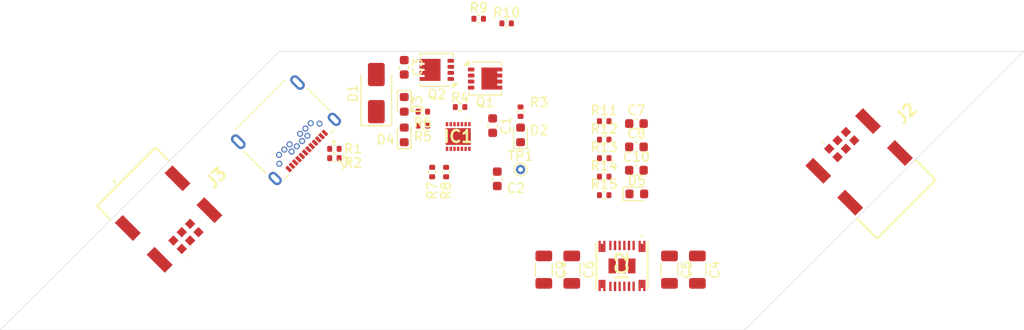
<source format=kicad_pcb>
(kicad_pcb (version 20240108) (generator "pcbnew") (generator_version "8.0")
  (layers (0 "F.Cu" signal) (31 "B.Cu" signal) (34 "B.Paste" user) (35 "F.Paste" user) (36 "B.SilkS" user "B.Silkscreen") (37 "F.SilkS" user "F.Silkscreen") (38 "B.Mask" user) (39 "F.Mask" user) (44 "Edge.Cuts" user))
  (net 0 "")
  (net 31 "GND")
  (net 32 "VBUS")
  (net 33 "Net-(IC1-V5V)")
  (net 34 "Net-(D2-A)")
  (net 35 "Net-(D3-A)")
  (net 36 "Net-(D4-A)")
  (net 37 "Net-(IC1-VSEL)")
  (net 38 "Net-(IC1-LED)")
  (net 39 "DP")
  (net 40 "Net-(IC1-VOUT)")
  (net 41 "DN")
  (net 42 "CC2")
  (net 43 "Net-(IC1-PWR_EN)")
  (net 44 "Net-(IC1-FLIP)")
  (net 45 "Net-(IC1-VCC)")
  (net 46 "Net-(IC1-ISEL)")
  (net 47 "CC1")
  (net 48 "Net-(J1-GND)")
  (net 49 "Net-(Q1-D)")
  (net 50 "Net-(Q1-G)")
  (net 55 "VIN")
  (net 56 "5V")
  (net 57 "Net-(C8-Pad2)")
  (net 58 "FB")
  (net 59 "Net-(IC2-SS)")
  (net 60 "Net-(D5-K)")
  (net 61 "Net-(IC2-PG)")
  (net 62 "Net-(IC2-MODE)")
  (footprint "Capacitor_SMD:C_1206_3216Metric" (layer "F.Cu") (at 91.5 109.5 -90)
    (property "Reference" "C9" (at 0 -1.85 -90) (layer "F.SilkS"))
    (property "Value" "10uF")
    (fp_line (start -0.711252 0.91) (end 0.711252 0.91) (stroke (width 0.12)) (layer "F.SilkS"))
    (fp_line (start -0.711252 -0.91) (end 0.711252 -0.91) (stroke (width 0.12)) (layer "F.SilkS"))
    (pad "1" smd roundrect (at -1.475 0 270) (size 1.15 1.8) (layers "F.Cu" "F.Paste" "F.Mask") (roundrect_rratio 0.217391) (net 55 "VIN"))
    (pad "2" smd roundrect (at 1.475 0 270) (size 1.15 1.8) (layers "F.Cu" "F.Paste" "F.Mask") (roundrect_rratio 0.217391) (net 31 "GND"))
  )
  (footprint "Resistor_SMD:R_0402_1005Metric" (layer "F.Cu") (at 78.5 94 180)
    (property "Reference" "R5" (at 0 -1.17 360) (layer "F.SilkS"))
    (property "Value" "1k")
    (fp_line (start -0.153641 0.38) (end 0.153641 0.38) (stroke (width 0.12)) (layer "F.SilkS"))
    (fp_line (start -0.153641 -0.38) (end 0.153641 -0.38) (stroke (width 0.12)) (layer "F.SilkS"))
    (pad "1" smd roundrect (at -0.51 0 180) (size 0.54 0.64) (layers "F.Cu" "F.Paste" "F.Mask") (net 38 "Net-(IC1-LED)"))
    (pad "2" smd roundrect (at 0.51 0 180) (size 0.54 0.64) (layers "F.Cu" "F.Paste" "F.Mask") (net 36 "Net-(D4-A)"))
  )
  (footprint "TestPoint:TestPoint_THTPad_D1.0mm_Drill0.5mm" (layer "F.Cu") (at 89 98.725)
    (property "Reference" "TP1" (at 0 -1.448 0) (layer "F.SilkS"))
    (property "Value" "5V")
    (fp_circle (center 0 0) (end 0 0.7) (stroke (width 0.12)) (fill none) (layer "F.SilkS"))
    (pad "1" thru_hole circle (at 0 0) (size 1 1) (drill 0.5) (layers "*.Cu" "*.Mask") (net 33 "Net-(IC1-V5V)"))
  )
  (footprint "Resistor_SMD:R_0402_1005Metric" (layer "F.Cu") (at 97.99 97.5)
    (property "Reference" "R13" (at 0 -1.17 0) (layer "F.SilkS"))
    (property "Value" "10k")
    (fp_line (start -0.153641 -0.38) (end 0.153641 -0.38) (stroke (width 0.12)) (layer "F.SilkS"))
    (fp_line (start -0.153641 0.38) (end 0.153641 0.38) (stroke (width 0.12)) (layer "F.SilkS"))
    (pad "1" smd roundrect (at -0.51 0) (size 0.54 0.64) (layers "F.Cu" "F.Paste" "F.Mask") (net 31 "GND"))
    (pad "2" smd roundrect (at 0.51 0) (size 0.54 0.64) (layers "F.Cu" "F.Paste" "F.Mask") (net 58 "FB"))
  )
  (footprint "Resistor_SMD:R_0402_1005Metric" (layer "F.Cu") (at 89 92.5 90)
    (property "Reference" "R3" (at 1 1.99 180) (layer "F.SilkS"))
    (property "Value" "100k")
    (fp_line (start -0.153641 -0.38) (end 0.153641 -0.38) (stroke (width 0.12)) (layer "F.SilkS"))
    (fp_line (start -0.153641 0.38) (end 0.153641 0.38) (stroke (width 0.12)) (layer "F.SilkS"))
    (pad "1" smd roundrect (at -0.51 0 90) (size 0.54 0.64) (layers "F.Cu" "F.Paste" "F.Mask") (net 34 "Net-(D2-A)"))
    (pad "2" smd roundrect (at 0.51 0 90) (size 0.54 0.64) (layers "F.Cu" "F.Paste" "F.Mask") (net 32 "VBUS"))
  )
  (footprint "Capacitor_SMD:C_0603_1608Metric" (layer "F.Cu") (at 86 94 -90)
    (property "Reference" "C1" (at 0 -1.43 90) (layer "F.SilkS"))
    (property "Value" "10uF")
    (fp_line (start -0.14058 0.51) (end 0.14058 0.51) (stroke (width 0.12)) (layer "F.SilkS"))
    (fp_line (start -0.14058 -0.51) (end 0.14058 -0.51) (stroke (width 0.12)) (layer "F.SilkS"))
    (pad "1" smd roundrect (at -0.775 0 270) (size 0.9 0.95) (layers "F.Cu" "F.Paste" "F.Mask") (net 32 "VBUS"))
    (pad "2" smd roundrect (at 0.775 0 270) (size 0.9 0.95) (layers "F.Cu" "F.Paste" "F.Mask") (net 31 "GND"))
  )
  (footprint "Resistor_SMD:R_0402_1005Metric" (layer "F.Cu") (at 82.5 92 180)
    (property "Reference" "R4" (at 0 1 360) (layer "F.SilkS"))
    (property "Value" "100k")
    (fp_line (start -0.153641 0.38) (end 0.153641 0.38) (stroke (width 0.12)) (layer "F.SilkS"))
    (fp_line (start -0.153641 -0.38) (end 0.153641 -0.38) (stroke (width 0.12)) (layer "F.SilkS"))
    (pad "1" smd roundrect (at -0.51 0 180) (size 0.54 0.64) (layers "F.Cu" "F.Paste" "F.Mask") (net 32 "VBUS"))
    (pad "2" smd roundrect (at 0.51 0 180) (size 0.54 0.64) (layers "F.Cu" "F.Paste" "F.Mask") (net 45 "Net-(IC1-VCC)"))
  )
  (footprint "Package_SON:Diodes_PowerDI3333-8" (layer "F.Cu") (at 80 88 180)
    (property "Reference" "Q2" (at 0 -2.65 360) (layer "F.SilkS"))
    (property "Value" "DMN3008SFG")
    (fp_line (start 1.77 1.77) (end 1.77 1.4) (stroke (width 0.12)) (layer "F.SilkS"))
    (fp_line (start 1.77 -1.77) (end 1.77 -1.4) (stroke (width 0.12)) (layer "F.SilkS"))
    (fp_line (start 1.77 -1.77) (end -1.44 -1.77) (stroke (width 0.12)) (layer "F.SilkS"))
    (fp_line (start -1.77 1.77) (end 1.77 1.77) (stroke (width 0.12)) (layer "F.SilkS"))
    (fp_line (start -1.77 1.77) (end -1.77 1.4) (stroke (width 0.12)) (layer "F.SilkS"))
    (fp_poly (pts (xy -1.76 -1.45) (xy -2.24 -1.45) (xy -1.76 -1.93) (xy -1.76 -1.45)) (stroke (width 0.12)) (fill solid) (layer "F.SilkS"))
    (pad "1" smd roundrect (at -1.5 -0.975 180) (size 0.7 0.42) (layers "F.Cu" "F.Paste" "F.Mask") (net 55 "VIN"))
    (pad "2" smd roundrect (at -1.5 -0.325 180) (size 0.7 0.42) (layers "F.Cu" "F.Paste" "F.Mask") (net 55 "VIN"))
    (pad "3" smd roundrect (at -1.5 0.325 180) (size 0.7 0.42) (layers "F.Cu" "F.Paste" "F.Mask") (net 55 "VIN"))
    (pad "4" smd roundrect (at -1.5 0.975 180) (size 0.7 0.42) (layers "F.Cu" "F.Paste" "F.Mask") (net 50 "Net-(Q1-G)"))
    (pad "5" smd custom (at 0.455 0 180) (size 1.71 2.37) (layers "F.Cu" "F.Mask") (net 49 "Net-(Q1-D)") (options (clearance outline) (anchor rect)) (primitives (gr_poly (pts (xy 1.395 1.185) (xy 0.855 1.185) (xy 0.855 0.765) (xy 1.395 0.765)) (width 0) (fill yes)) (gr_poly (pts (xy 1.395 0.535) (xy 0.855 0.535) (xy 0.855 0.115) (xy 1.395 0.115)) (width 0) (fill yes)) (gr_poly (pts (xy 1.395 -0.115) (xy 0.855 -0.115) (xy 0.855 -0.535) (xy 1.395 -0.535)) (width 0) (fill yes)) (gr_poly (pts (xy 1.395 -0.765) (xy 0.855 -0.765) (xy 0.855 -1.185) (xy 1.395 -1.185)) (width 0) (fill yes))))
  )
  (footprint "Resistor_SMD:R_0402_1005Metric" (layer "F.Cu") (at 97.99 93.52)
    (property "Reference" "R11" (at 0 -1.17 0) (layer "F.SilkS"))
    (property "Value" "73.3k")
    (fp_line (start -0.153641 -0.38) (end 0.153641 -0.38) (stroke (width 0.12)) (layer "F.SilkS"))
    (fp_line (start -0.153641 0.38) (end 0.153641 0.38) (stroke (width 0.12)) (layer "F.SilkS"))
    (pad "1" smd roundrect (at -0.51 0) (size 0.54 0.64) (layers "F.Cu" "F.Paste" "F.Mask") (net 56 "5V"))
    (pad "2" smd roundrect (at 0.51 0) (size 0.54 0.64) (layers "F.Cu" "F.Paste" "F.Mask") (net 58 "FB"))
  )
  (footprint "Capacitor_SMD:C_0603_1608Metric" (layer "F.Cu") (at 86.5 99.725 -90)
    (property "Reference" "C2" (at 1 -2 180) (layer "F.SilkS"))
    (property "Value" "10uF")
    (fp_line (start -0.14058 0.51) (end 0.14058 0.51) (stroke (width 0.12)) (layer "F.SilkS"))
    (fp_line (start -0.14058 -0.51) (end 0.14058 -0.51) (stroke (width 0.12)) (layer "F.SilkS"))
    (pad "1" smd roundrect (at -0.775 0 270) (size 0.9 0.95) (layers "F.Cu" "F.Paste" "F.Mask") (net 33 "Net-(IC1-V5V)"))
    (pad "2" smd roundrect (at 0.775 0 270) (size 0.9 0.95) (layers "F.Cu" "F.Paste" "F.Mask") (net 31 "GND"))
  )
  (footprint "Resistor_SMD:R_0402_1005Metric" (layer "F.Cu") (at 97.99 95.51)
    (property "Reference" "R12" (at 0 -1.17 0) (layer "F.SilkS"))
    (property "Value" "0")
    (fp_line (start -0.153641 -0.38) (end 0.153641 -0.38) (stroke (width 0.12)) (layer "F.SilkS"))
    (fp_line (start -0.153641 0.38) (end 0.153641 0.38) (stroke (width 0.12)) (layer "F.SilkS"))
    (pad "1" smd roundrect (at -0.51 0) (size 0.54 0.64) (layers "F.Cu" "F.Paste" "F.Mask") (net 56 "5V"))
    (pad "2" smd roundrect (at 0.51 0) (size 0.54 0.64) (layers "F.Cu" "F.Paste" "F.Mask") (net 57 "Net-(C8-Pad2)"))
  )
  (footprint "Resistor_SMD:R_0402_1005Metric" (layer "F.Cu") (at 69 96.5 180)
    (property "Reference" "R1" (at -2 0 360) (layer "F.SilkS"))
    (property "Value" "5.1k")
    (fp_line (start -0.153641 0.38) (end 0.153641 0.38) (stroke (width 0.12)) (layer "F.SilkS"))
    (fp_line (start -0.153641 -0.38) (end 0.153641 -0.38) (stroke (width 0.12)) (layer "F.SilkS"))
    (pad "1" smd roundrect (at -0.51 0 180) (size 0.54 0.64) (layers "F.Cu" "F.Paste" "F.Mask") (net 31 "GND"))
    (pad "2" smd roundrect (at 0.51 0 180) (size 0.54 0.64) (layers "F.Cu" "F.Paste" "F.Mask") (net 47 "CC1"))
  )
  (footprint "LED_SMD:LED_0603_1608Metric" (layer "F.Cu") (at 89 95 90)
    (property "Reference" "D2" (at 0.5 1.99 180) (layer "F.SilkS"))
    (property "Value" "LED_Blue")
    (fp_line (start 0.8 -0.735) (end -1.485 -0.735) (stroke (width 0.12)) (layer "F.SilkS"))
    (fp_line (start -1.485 -0.735) (end -1.485 0.735) (stroke (width 0.12)) (layer "F.SilkS"))
    (fp_line (start -1.485 0.735) (end 0.8 0.735) (stroke (width 0.12)) (layer "F.SilkS"))
    (pad "1" smd roundrect (at -0.7875 0 90) (size 0.875 0.95) (layers "F.Cu" "F.Paste" "F.Mask") (net 31 "GND"))
    (pad "2" smd roundrect (at 0.7875 0 90) (size 0.875 0.95) (layers "F.Cu" "F.Paste" "F.Mask") (net 34 "Net-(D2-A)"))
  )
  (footprint "Diode_SMD:D_SMA" (layer "F.Cu") (at 73.5 90.5 90)
    (property "Reference" "D1" (at 0 -2.5 90) (layer "F.SilkS"))
    (property "Value" "SMAJ5.0A")
    (fp_line (start -3.51 -1.65) (end 2 -1.65) (stroke (width 0.12)) (layer "F.SilkS"))
    (fp_line (start -3.51 -1.65) (end -3.51 1.65) (stroke (width 0.12)) (layer "F.SilkS"))
    (fp_line (start -3.51 1.65) (end 2 1.65) (stroke (width 0.12)) (layer "F.SilkS"))
    (pad "1" smd roundrect (at -2 0 90) (size 2.5 1.8) (layers "F.Cu" "F.Paste" "F.Mask") (roundrect_rratio 0.1388888889) (net 32 "VBUS"))
    (pad "2" smd roundrect (at 2 0 90) (size 2.5 1.8) (layers "F.Cu" "F.Paste" "F.Mask") (roundrect_rratio 0.1388888889) (net 31 "GND"))
  )
  (footprint "Resistor_SMD:R_0402_1005Metric" (layer "F.Cu") (at 97.99 101.48)
    (property "Reference" "R15" (at 0 -1.17 0) (layer "F.SilkS"))
    (property "Value" "10k")
    (fp_line (start -0.153641 -0.38) (end 0.153641 -0.38) (stroke (width 0.12)) (layer "F.SilkS"))
    (fp_line (start -0.153641 0.38) (end 0.153641 0.38) (stroke (width 0.12)) (layer "F.SilkS"))
    (pad "1" smd roundrect (at -0.51 0) (size 0.54 0.64) (layers "F.Cu" "F.Paste" "F.Mask") (net 61 "Net-(IC2-PG)"))
    (pad "2" smd roundrect (at 0.51 0) (size 0.54 0.64) (layers "F.Cu" "F.Paste" "F.Mask") (net 60 "Net-(D5-K)"))
  )
  (footprint "Capacitor_SMD:C_1206_3216Metric" (layer "F.Cu") (at 105 109.5 -90)
    (property "Reference" "C5" (at 0 -1.85 90) (layer "F.SilkS"))
    (property "Value" "22uF")
    (fp_line (start -0.711252 0.91) (end 0.711252 0.91) (stroke (width 0.12)) (layer "F.SilkS"))
    (fp_line (start -0.711252 -0.91) (end 0.711252 -0.91) (stroke (width 0.12)) (layer "F.SilkS"))
    (pad "1" smd roundrect (at -1.475 0 270) (size 1.15 1.8) (layers "F.Cu" "F.Paste" "F.Mask") (roundrect_rratio 0.217391) (net 56 "5V"))
    (pad "2" smd roundrect (at 1.475 0 270) (size 1.15 1.8) (layers "F.Cu" "F.Paste" "F.Mask") (roundrect_rratio 0.217391) (net 31 "GND"))
  )
  (footprint "Resistor_SMD:R_0402_1005Metric" (layer "F.Cu") (at 84.5 82.5)
    (property "Reference" "R9" (at 0 -1.17 0) (layer "F.SilkS"))
    (property "Value" "10")
    (fp_line (start -0.153641 -0.38) (end 0.153641 -0.38) (stroke (width 0.12)) (layer "F.SilkS"))
    (fp_line (start -0.153641 0.38) (end 0.153641 0.38) (stroke (width 0.12)) (layer "F.SilkS"))
    (pad "1" smd roundrect (at -0.51 0) (size 0.54 0.64) (layers "F.Cu" "F.Paste" "F.Mask") (net 50 "Net-(Q1-G)"))
    (pad "2" smd roundrect (at 0.51 0) (size 0.54 0.64) (layers "F.Cu" "F.Paste" "F.Mask") (net 43 "Net-(IC1-PWR_EN)"))
  )
  (footprint "LED_SMD:LED_0603_1608Metric" (layer "F.Cu") (at 101.49 101.35)
    (property "Reference" "D5" (at 0 -1.43 0) (layer "F.SilkS"))
    (property "Value" "LED_Blue")
    (fp_line (start -1.485 -0.735) (end -1.485 0.735) (stroke (width 0.12)) (layer "F.SilkS"))
    (fp_line (start -1.485 0.735) (end 0.8 0.735) (stroke (width 0.12)) (layer "F.SilkS"))
    (fp_line (start 0.8 -0.735) (end -1.485 -0.735) (stroke (width 0.12)) (layer "F.SilkS"))
    (pad "1" smd roundrect (at -0.7875 0) (size 0.875 0.95) (layers "F.Cu" "F.Paste" "F.Mask") (net 60 "Net-(D5-K)"))
    (pad "2" smd roundrect (at 0.7875 0) (size 0.875 0.95) (layers "F.Cu" "F.Paste" "F.Mask") (net 55 "VIN"))
  )
  (footprint "Capacitor_SMD:C_0603_1608Metric" (layer "F.Cu") (at 101.45 93.78)
    (property "Reference" "C7" (at 0 -1.43 0) (layer "F.SilkS"))
    (property "Value" "0.1uF")
    (fp_line (start -0.14058 -0.51) (end 0.14058 -0.51) (stroke (width 0.12)) (layer "F.SilkS"))
    (fp_line (start -0.14058 0.51) (end 0.14058 0.51) (stroke (width 0.12)) (layer "F.SilkS"))
    (pad "1" smd roundrect (at -0.775 0) (size 0.9 0.95) (layers "F.Cu" "F.Paste" "F.Mask") (net 56 "5V"))
    (pad "2" smd roundrect (at 0.775 0) (size 0.9 0.95) (layers "F.Cu" "F.Paste" "F.Mask") (net 31 "GND"))
  )
  (footprint "Capacitor_SMD:C_0603_1608Metric" (layer "F.Cu") (at 101.45 96.29)
    (property "Reference" "C8" (at 0 -1.43 0) (layer "F.SilkS"))
    (property "Value" "47pF")
    (fp_line (start -0.14058 -0.51) (end 0.14058 -0.51) (stroke (width 0.12)) (layer "F.SilkS"))
    (fp_line (start -0.14058 0.51) (end 0.14058 0.51) (stroke (width 0.12)) (layer "F.SilkS"))
    (pad "1" smd roundrect (at -0.775 0) (size 0.9 0.95) (layers "F.Cu" "F.Paste" "F.Mask") (net 58 "FB"))
    (pad "2" smd roundrect (at 0.775 0) (size 0.9 0.95) (layers "F.Cu" "F.Paste" "F.Mask") (net 57 "Net-(C8-Pad2)"))
  )
  (footprint "Resistor_SMD:R_0402_1005Metric" (layer "F.Cu") (at 79.5 99 -90)
    (property "Reference" "R7" (at 2 0 90) (layer "F.SilkS"))
    (property "Value" "TBD")
    (fp_line (start -0.153641 0.38) (end 0.153641 0.38) (stroke (width 0.12)) (layer "F.SilkS"))
    (fp_line (start -0.153641 -0.38) (end 0.153641 -0.38) (stroke (width 0.12)) (layer "F.SilkS"))
    (pad "1" smd roundrect (at -0.51 0 270) (size 0.54 0.64) (layers "F.Cu" "F.Paste" "F.Mask") (net 37 "Net-(IC1-VSEL)"))
    (pad "2" smd roundrect (at 0.51 0 270) (size 0.54 0.64) (layers "F.Cu" "F.Paste" "F.Mask") (net 31 "GND"))
  )
  (footprint "Footprints:AP33771CFBZ13FA01" (layer "F.Cu") (at 82.3 95.175 180)
    (property "Reference" "IC1" (at 0 0 360) (layer "F.SilkS") (effects (font (size 1.27 1.27) (thickness 0.254))))
    (property "Value" "AP33771CFBZ-13-FA01" (hide yes))
    (fp_line (start -1.15 2.05) (end -1.15 2.05) (stroke (width 0.1)) (layer "F.SilkS"))
    (fp_line (start -1.25 2.05) (end -1.25 2.05) (stroke (width 0.1)) (layer "F.SilkS"))
    (fp_arc (start -1.15 2.05) (mid -1.2 2.1) (end -1.25 2.05) (stroke (width 0.1)) (layer "F.SilkS"))
    (fp_arc (start -1.25 2.05) (mid -1.2 2) (end -1.15 2.05) (stroke (width 0.1)) (layer "F.SilkS"))
    (pad "1" smd rect (at -1.2 1.325 180) (size 0.27 0.45) (layers "F.Cu" "F.Paste" "F.Mask") (net 40 "Net-(IC1-VOUT)"))
    (pad "2" smd rect (at -0.8 1.325 180) (size 0.27 0.45) (layers "F.Cu" "F.Paste" "F.Mask") (net 43 "Net-(IC1-PWR_EN)"))
    (pad "3" smd rect (at -0.4 1.325 180) (size 0.27 0.45) (layers "F.Cu" "F.Paste" "F.Mask") (net 45 "Net-(IC1-VCC)"))
    (pad "4" smd rect (at 0 1.325 180) (size 0.27 0.45) (layers "F.Cu" "F.Paste" "F.Mask") (net 32 "VBUS"))
    (pad "5" smd rect (at 0.4 1.325 180) (size 0.27 0.45) (layers "F.Cu" "F.Paste" "F.Mask") (net 31 "GND"))
    (pad "6" smd rect (at 0.8 1.325 180) (size 0.27 0.45) (layers "F.Cu" "F.Paste" "F.Mask") (net 44 "Net-(IC1-FLIP)"))
    (pad "7" smd rect (at 1.2 1.325 180) (size 0.27 0.45) (layers "F.Cu" "F.Paste" "F.Mask") (net 38 "Net-(IC1-LED)"))
    (pad "8" smd rect (at 1.2 -1.325 180) (size 0.27 0.45) (layers "F.Cu" "F.Paste" "F.Mask") (net 37 "Net-(IC1-VSEL)"))
    (pad "9" smd rect (at 0.8 -1.325 180) (size 0.27 0.45) (layers "F.Cu" "F.Paste" "F.Mask") (net 46 "Net-(IC1-ISEL)"))
    (pad "10" smd rect (at 0.4 -1.325 180) (size 0.27 0.45) (layers "F.Cu" "F.Paste" "F.Mask") (net 42 "CC2"))
    (pad "11" smd rect (at 0 -1.325 180) (size 0.27 0.45) (layers "F.Cu" "F.Paste" "F.Mask") (net 47 "CC1"))
    (pad "12" smd rect (at -0.4 -1.325 180) (size 0.27 0.45) (layers "F.Cu" "F.Paste" "F.Mask") (net 41 "DN"))
    (pad "13" smd rect (at -0.8 -1.325 180) (size 0.27 0.45) (layers "F.Cu" "F.Paste" "F.Mask") (net 39 "DP"))
    (pad "14" smd rect (at -1.2 -1.325 180) (size 0.27 0.45) (layers "F.Cu" "F.Paste" "F.Mask") (net 33 "Net-(IC1-V5V)"))
    (pad "15" smd rect (at 0 0 270) (size 1.8 2.7) (layers "F.Cu" "F.Paste" "F.Mask") (net 31 "GND"))
  )
  (footprint "Footprints:1377295" (layer "F.Cu") (at 50.18636 103.06136 -135)
    (property "Reference" "J3" (at -6.785433 -1.88472 45) (layer "F.SilkS") (effects (font (size 1.27 1.27) (thickness 0.254))))
    (property "Value" "1377295" (hide yes))
    (fp_line (start 4.45 5.025) (end 4.45 3) (stroke (width 0.2)) (layer "F.SilkS"))
    (fp_line (start 1.270001 5.6) (end 1.270001 5.6) (stroke (width 0.2)) (layer "F.SilkS"))
    (fp_line (start 1.270001 5.6) (end 1.270001 5.6) (stroke (width 0.2)) (layer "F.SilkS"))
    (fp_line (start 1.27 5.5) (end 1.27 5.5) (stroke (width 0.2)) (layer "F.SilkS"))
    (fp_line (start -4.45 5.025) (end 4.45 5.025) (stroke (width 0.2)) (layer "F.SilkS"))
    (fp_line (start -4.45 3) (end -4.45 5.025) (stroke (width 0.2)) (layer "F.SilkS"))
    (fp_line (start 1.27 -5.7) (end 1.27 -5.7) (stroke (width 0.1)) (layer "F.SilkS"))
    (fp_line (start 1.27 -5.8) (end 1.27 -5.8) (stroke (width 0.1)) (layer "F.SilkS"))
    (fp_arc (start 1.270001 5.6) (mid 1.22 5.550001) (end 1.27 5.5) (stroke (width 0.2)) (layer "F.SilkS"))
    (fp_arc (start 1.27 5.5) (mid 1.319999 5.55) (end 1.270001 5.6) (stroke (width 0.2)) (layer "F.SilkS"))
    (fp_arc (start 1.27 5.5) (mid 1.319999 5.55) (end 1.270001 5.6) (stroke (width 0.2)) (layer "F.SilkS"))
    (fp_arc (start 1.27 -5.7) (mid 1.22 -5.75) (end 1.27 -5.8) (stroke (width 0.1)) (layer "F.SilkS"))
    (fp_arc (start 1.27 -5.8) (mid 1.320001 -5.75) (end 1.27 -5.7) (stroke (width 0.1)) (layer "F.SilkS"))
    (pad "" np_thru_hole circle (at -3.480001 -1.405 225) (size 1.6 1.6) (drill 1.6) (layers "*.Cu" "*.Mask"))
    (pad "" np_thru_hole circle (at 3.480001 -1.405 225) (size 1.6 1.6) (drill 1.6) (layers "*.Cu" "*.Mask"))
    (pad "A1" smd rect (at 1.27 -3.405 315) (size 0.8 0.8) (layers "F.Cu" "F.Paste" "F.Mask"))
    (pad "A2" smd rect (at 0 -3.405001 315) (size 0.8 0.8) (layers "F.Cu" "F.Paste" "F.Mask"))
    (pad "A3" smd rect (at -1.27 -3.405 315) (size 0.8 0.8) (layers "F.Cu" "F.Paste" "F.Mask"))
    (pad "B1" smd rect (at 1.27 -4.675 315) (size 0.8 0.8) (layers "F.Cu" "F.Paste" "F.Mask"))
    (pad "B2" smd rect (at 0 -4.675 315) (size 0.8 0.8) (layers "F.Cu" "F.Paste" "F.Mask"))
    (pad "B3" smd rect (at -1.27 -4.675 315) (size 0.8 0.8) (layers "F.Cu" "F.Paste" "F.Mask"))
    (pad "MP1" smd rect (at 3.780001 1.02 225) (size 1.2 2.75) (layers "F.Cu" "F.Paste" "F.Mask"))
    (pad "MP2" smd rect (at -3.780001 1.02 225) (size 1.2 2.75) (layers "F.Cu" "F.Paste" "F.Mask"))
    (pad "MP3" smd rect (at 3.780001 -3.83 225) (size 1.2 2.75) (layers "F.Cu" "F.Paste" "F.Mask"))
    (pad "MP4" smd rect (at -3.780001 -3.83 225) (size 1.2 2.75) (layers "F.Cu" "F.Paste" "F.Mask"))
  )
  (footprint "Resistor_SMD:R_0402_1005Metric" (layer "F.Cu") (at 78.5 92.5 180)
    (property "Reference" "R6" (at 0 -1.17 360) (layer "F.SilkS"))
    (property "Value" "1k")
    (fp_line (start -0.153641 0.38) (end 0.153641 0.38) (stroke (width 0.12)) (layer "F.SilkS"))
    (fp_line (start -0.153641 -0.38) (end 0.153641 -0.38) (stroke (width 0.12)) (layer "F.SilkS"))
    (pad "1" smd roundrect (at -0.51 0 180) (size 0.54 0.64) (layers "F.Cu" "F.Paste" "F.Mask") (net 44 "Net-(IC1-FLIP)"))
    (pad "2" smd roundrect (at 0.51 0 180) (size 0.54 0.64) (layers "F.Cu" "F.Paste" "F.Mask") (net 35 "Net-(D3-A)"))
  )
  (footprint "Capacitor_SMD:C_1206_3216Metric" (layer "F.Cu") (at 108 109.5 -90)
    (property "Reference" "C4" (at 0 -1.85 90) (layer "F.SilkS"))
    (property "Value" "22uF")
    (fp_line (start -0.711252 0.91) (end 0.711252 0.91) (stroke (width 0.12)) (layer "F.SilkS"))
    (fp_line (start -0.711252 -0.91) (end 0.711252 -0.91) (stroke (width 0.12)) (layer "F.SilkS"))
    (pad "1" smd roundrect (at -1.475 0 270) (size 1.15 1.8) (layers "F.Cu" "F.Paste" "F.Mask") (roundrect_rratio 0.217391) (net 56 "5V"))
    (pad "2" smd roundrect (at 1.475 0 270) (size 1.15 1.8) (layers "F.Cu" "F.Paste" "F.Mask") (roundrect_rratio 0.217391) (net 31 "GND"))
  )
  (footprint "Resistor_SMD:R_0402_1005Metric" (layer "F.Cu") (at 69 97.5 180)
    (property "Reference" "R2" (at -2 -0.5 360) (layer "F.SilkS"))
    (property "Value" "5.1k")
    (fp_line (start -0.153641 0.38) (end 0.153641 0.38) (stroke (width 0.12)) (layer "F.SilkS"))
    (fp_line (start -0.153641 -0.38) (end 0.153641 -0.38) (stroke (width 0.12)) (layer "F.SilkS"))
    (pad "1" smd roundrect (at -0.51 0 180) (size 0.54 0.64) (layers "F.Cu" "F.Paste" "F.Mask") (net 31 "GND"))
    (pad "2" smd roundrect (at 0.51 0 180) (size 0.54 0.64) (layers "F.Cu" "F.Paste" "F.Mask") (net 42 "CC2"))
  )
  (footprint "LED_SMD:LED_0603_1608Metric" (layer "F.Cu") (at 76.5 95 90)
    (property "Reference" "D4" (at -0.5 -2 180) (layer "F.SilkS"))
    (property "Value" "LED_Blue")
    (fp_line (start 0.8 -0.735) (end -1.485 -0.735) (stroke (width 0.12)) (layer "F.SilkS"))
    (fp_line (start -1.485 -0.735) (end -1.485 0.735) (stroke (width 0.12)) (layer "F.SilkS"))
    (fp_line (start -1.485 0.735) (end 0.8 0.735) (stroke (width 0.12)) (layer "F.SilkS"))
    (pad "1" smd roundrect (at -0.7875 0 90) (size 0.875 0.95) (layers "F.Cu" "F.Paste" "F.Mask") (net 31 "GND"))
    (pad "2" smd roundrect (at 0.7875 0 90) (size 0.875 0.95) (layers "F.Cu" "F.Paste" "F.Mask") (net 36 "Net-(D4-A)"))
  )
  (footprint "Resistor_SMD:R_0402_1005Metric" (layer "F.Cu") (at 81 99 90)
    (property "Reference" "R8" (at -2 0 90) (layer "F.SilkS"))
    (property "Value" "TBD")
    (fp_line (start -0.153641 -0.38) (end 0.153641 -0.38) (stroke (width 0.12)) (layer "F.SilkS"))
    (fp_line (start -0.153641 0.38) (end 0.153641 0.38) (stroke (width 0.12)) (layer "F.SilkS"))
    (pad "1" smd roundrect (at -0.51 0 90) (size 0.54 0.64) (layers "F.Cu" "F.Paste" "F.Mask") (net 31 "GND"))
    (pad "2" smd roundrect (at 0.51 0 90) (size 0.54 0.64) (layers "F.Cu" "F.Paste" "F.Mask") (net 46 "Net-(IC1-ISEL)"))
  )
  (footprint "Package_SON:Diodes_PowerDI3333-8" (layer "F.Cu") (at 85.19 88.935)
    (property "Reference" "Q1" (at 0 2.565 0) (layer "F.SilkS"))
    (property "Value" "DMN3008SFG")
    (fp_line (start -1.77 1.77) (end -1.77 1.4) (stroke (width 0.12)) (layer "F.SilkS"))
    (fp_line (start -1.77 1.77) (end 1.77 1.77) (stroke (width 0.12)) (layer "F.SilkS"))
    (fp_line (start 1.77 -1.77) (end -1.44 -1.77) (stroke (width 0.12)) (layer "F.SilkS"))
    (fp_line (start 1.77 -1.77) (end 1.77 -1.4) (stroke (width 0.12)) (layer "F.SilkS"))
    (fp_line (start 1.77 1.77) (end 1.77 1.4) (stroke (width 0.12)) (layer "F.SilkS"))
    (fp_poly (pts (xy -1.76 -1.45) (xy -2.24 -1.45) (xy -1.76 -1.93) (xy -1.76 -1.45)) (stroke (width 0.12)) (fill solid) (layer "F.SilkS"))
    (pad "1" smd roundrect (at -1.5 -0.975) (size 0.7 0.42) (layers "F.Cu" "F.Paste" "F.Mask") (net 45 "Net-(IC1-VCC)"))
    (pad "2" smd roundrect (at -1.5 -0.325) (size 0.7 0.42) (layers "F.Cu" "F.Paste" "F.Mask") (net 45 "Net-(IC1-VCC)"))
    (pad "3" smd roundrect (at -1.5 0.325) (size 0.7 0.42) (layers "F.Cu" "F.Paste" "F.Mask") (net 45 "Net-(IC1-VCC)"))
    (pad "4" smd roundrect (at -1.5 0.975) (size 0.7 0.42) (layers "F.Cu" "F.Paste" "F.Mask") (net 50 "Net-(Q1-G)"))
    (pad "5" smd custom (at 0.455 0) (size 1.71 2.37) (layers "F.Cu" "F.Mask") (net 49 "Net-(Q1-D)") (options (clearance outline) (anchor rect)) (primitives (gr_poly (pts (xy 1.395 1.185) (xy 0.855 1.185) (xy 0.855 0.765) (xy 1.395 0.765)) (width 0) (fill yes)) (gr_poly (pts (xy 1.395 0.535) (xy 0.855 0.535) (xy 0.855 0.115) (xy 1.395 0.115)) (width 0) (fill yes)) (gr_poly (pts (xy 1.395 -0.115) (xy 0.855 -0.115) (xy 0.855 -0.535) (xy 1.395 -0.535)) (width 0) (fill yes)) (gr_poly (pts (xy 1.395 -0.765) (xy 0.855 -0.765) (xy 0.855 -1.185) (xy 1.395 -1.185)) (width 0) (fill yes))))
  )
  (footprint "Capacitor_SMD:C_0603_1608Metric" (layer "F.Cu") (at 76.5 87.725 -90)
    (property "Reference" "C3" (at 0 -1.43 90) (layer "F.SilkS"))
    (property "Value" "10uF")
    (fp_line (start -0.14058 0.51) (end 0.14058 0.51) (stroke (width 0.12)) (layer "F.SilkS"))
    (fp_line (start -0.14058 -0.51) (end 0.14058 -0.51) (stroke (width 0.12)) (layer "F.SilkS"))
    (pad "1" smd roundrect (at -0.775 0 270) (size 0.9 0.95) (layers "F.Cu" "F.Paste" "F.Mask") (net 55 "VIN"))
    (pad "2" smd roundrect (at 0.775 0 270) (size 0.9 0.95) (layers "F.Cu" "F.Paste" "F.Mask") (net 31 "GND"))
  )
  (footprint "Capacitor_SMD:C_0603_1608Metric" (layer "F.Cu") (at 101.45 98.8)
    (property "Reference" "C10" (at 0 -1.43 0) (layer "F.SilkS"))
    (property "Value" "22nF")
    (fp_line (start -0.14058 -0.51) (end 0.14058 -0.51) (stroke (width 0.12)) (layer "F.SilkS"))
    (fp_line (start -0.14058 0.51) (end 0.14058 0.51) (stroke (width 0.12)) (layer "F.SilkS"))
    (pad "1" smd roundrect (at -0.775 0) (size 0.9 0.95) (layers "F.Cu" "F.Paste" "F.Mask") (net 31 "GND"))
    (pad "2" smd roundrect (at 0.775 0) (size 0.9 0.95) (layers "F.Cu" "F.Paste" "F.Mask") (net 59 "Net-(IC2-SS)"))
  )
  (footprint "Footprints:TPSM86638RCGR" (layer "F.Cu") (at 99.9 109.1 -90)
    (property "Reference" "IC2" (at 0 0 90) (layer "F.SilkS") (effects (font (size 1.27 1.27) (thickness 0.254))))
    (property "Value" "TPSM86638RCGR" (hide yes))
    (fp_line (start -2.5 2.75) (end 2.5 2.75) (stroke (width 0.2)) (layer "F.SilkS"))
    (fp_line (start -3.2 -2.15) (end -3.2 -2.15) (stroke (width 0.1)) (layer "F.SilkS"))
    (fp_line (start -3.1 -2.15) (end -3.1 -2.15) (stroke (width 0.1)) (layer "F.SilkS"))
    (fp_line (start -2.5 -2.75) (end 2.5 -2.75) (stroke (width 0.2)) (layer "F.SilkS"))
    (fp_arc (start -3.2 -2.15) (mid -3.15 -2.2) (end -3.1 -2.15) (stroke (width 0.1)) (layer "F.SilkS"))
    (fp_arc (start -3.1 -2.15) (mid -3.15 -2.1) (end -3.2 -2.15) (stroke (width 0.1)) (layer "F.SilkS"))
    (pad "1" smd rect (at -1.938 -2.15) (size 0.25 0.875) (layers "F.Cu" "F.Paste" "F.Mask") (net 56 "5V"))
    (pad "2" smd rect (at -2.2 -1.25) (size 0.25 1) (layers "F.Cu" "F.Paste" "F.Mask") (net 62 "Net-(IC2-MODE)"))
    (pad "3" smd rect (at -2.2 -0.75) (size 0.25 1) (layers "F.Cu" "F.Paste" "F.Mask"))
    (pad "4" smd rect (at -2.2 -0.25) (size 0.25 1) (layers "F.Cu" "F.Paste" "F.Mask") (net 58 "FB"))
    (pad "5" smd rect (at -2.2 0.25) (size 0.25 1) (layers "F.Cu" "F.Paste" "F.Mask") (net 31 "GND"))
    (pad "6" smd rect (at -2.2 0.75) (size 0.25 1) (layers "F.Cu" "F.Paste" "F.Mask") (net 61 "Net-(IC2-PG)"))
    (pad "7" smd rect (at -2.2 1.25) (size 0.25 1) (layers "F.Cu" "F.Paste" "F.Mask") (net 59 "Net-(IC2-SS)"))
    (pad "8" smd rect (at -1.938 2.15) (size 0.25 0.875) (layers "F.Cu" "F.Paste" "F.Mask") (net 55 "VIN"))
    (pad "9" smd rect (at 1.938 2.15) (size 0.25 0.875) (layers "F.Cu" "F.Paste" "F.Mask") (net 55 "VIN"))
    (pad "10" smd rect (at 2.2 1.25) (size 0.25 1) (layers "F.Cu" "F.Paste" "F.Mask"))
    (pad "11" smd rect (at 2.2 0.75) (size 0.25 1) (layers "F.Cu" "F.Paste" "F.Mask"))
    (pad "12" smd rect (at 2.2 0.25) (size 0.25 1) (layers "F.Cu" "F.Paste" "F.Mask"))
    (pad "13" smd rect (at 2.2 -0.25) (size 0.25 1) (layers "F.Cu" "F.Paste" "F.Mask") (net 31 "GND"))
    (pad "14" smd rect (at 2.2 -0.75) (size 0.25 1) (layers "F.Cu" "F.Paste" "F.Mask") (net 31 "GND"))
    (pad "15" smd rect (at 2.2 -1.25) (size 0.25 1) (layers "F.Cu" "F.Paste" "F.Mask") (net 31 "GND"))
    (pad "16" smd rect (at 1.938 -2.15) (size 0.25 0.875) (layers "F.Cu" "F.Paste" "F.Mask") (net 56 "5V"))
    (pad "17" smd rect (at 0 -1.05) (size 0.8 1.6) (layers "F.Cu" "F.Paste" "F.Mask") (net 31 "GND"))
    (pad "18" smd rect (at 0 0) (size 0.8 1.6) (layers "F.Cu" "F.Paste" "F.Mask") (net 31 "GND"))
    (pad "19" smd rect (at 0 1.05) (size 0.8 1.6) (layers "F.Cu" "F.Paste" "F.Mask") (net 31 "GND"))
    (pad "20" smd rect (at -2.1 -2.4) (size 0.25 1.2) (layers "F.Cu" "F.Paste" "F.Mask") (net 56 "5V"))
    (pad "21" smd rect (at -2.1 -1.9) (size 0.25 1.2) (layers "F.Cu" "F.Paste" "F.Mask") (net 56 "5V"))
    (pad "22" smd rect (at -2.1 1.9) (size 0.25 1.2) (layers "F.Cu" "F.Paste" "F.Mask") (net 55 "VIN"))
    (pad "23" smd rect (at -2.1 2.4) (size 0.25 1.2) (layers "F.Cu" "F.Paste" "F.Mask") (net 55 "VIN"))
    (pad "24" smd rect (at 2.1 2.4) (size 0.25 1.2) (layers "F.Cu" "F.Paste" "F.Mask") (net 55 "VIN"))
    (pad "25" smd rect (at 2.1 1.9) (size 0.25 1.2) (layers "F.Cu" "F.Paste" "F.Mask") (net 55 "VIN"))
    (pad "26" smd rect (at 2.1 -1.9) (size 0.25 1.2) (layers "F.Cu" "F.Paste" "F.Mask") (net 56 "5V"))
    (pad "27" smd rect (at 2.1 -2.4) (size 0.25 1.2) (layers "F.Cu" "F.Paste" "F.Mask") (net 56 "5V"))
  )
  (footprint "Footprints:1337009" (layer "F.Cu") (at 126.65 99.175 45)
    (property "Reference" "J2" (at 7.265522 -1.926866 45) (layer "F.SilkS") (effects (font (size 1.27 1.27) (thickness 0.254))))
    (property "Value" "1337009" (hide yes))
    (fp_line (start -1.27 -6) (end -1.27 -6) (stroke (width 0.1)) (layer "F.SilkS"))
    (fp_line (start -1.270001 -5.9) (end -1.270001 -5.9) (stroke (width 0.1)) (layer "F.SilkS"))
    (fp_line (start -4.45 2.4) (end -4.45 5.4) (stroke (width 0.2)) (layer "F.SilkS"))
    (fp_line (start -4.45 5.4) (end 4.45 5.4) (stroke (width 0.2)) (layer "F.SilkS"))
    (fp_line (start 4.45 5.4) (end 4.45 2.4) (stroke (width 0.2)) (layer "F.SilkS"))
    (fp_arc (start -1.27 -6) (mid -1.22 -5.95) (end -1.270001 -5.9) (stroke (width 0.1)) (layer "F.SilkS"))
    (fp_arc (start -1.270001 -5.9) (mid -1.32 -5.950001) (end -1.27 -6) (stroke (width 0.1)) (layer "F.SilkS"))
    (pad "" np_thru_hole circle (at -3.48 -1.8 45) (size 1.6 1.6) (drill 1.6) (layers "*.Cu" "*.Mask"))
    (pad "" np_thru_hole circle (at 3.48 -1.8 45) (size 1.6 1.6) (drill 1.6) (layers "*.Cu" "*.Mask"))
    (pad "A1" smd rect (at -1.27 -3.8 135) (size 0.8 0.8) (layers "F.Cu" "F.Paste" "F.Mask"))
    (pad "A2" smd rect (at 0 -3.8 135) (size 0.8 0.8) (layers "F.Cu" "F.Paste" "F.Mask"))
    (pad "A3" smd rect (at 1.27 -3.8 135) (size 0.8 0.8) (layers "F.Cu" "F.Paste" "F.Mask"))
    (pad "B1" smd rect (at -1.27 -5.07 135) (size 0.8 0.8) (layers "F.Cu" "F.Paste" "F.Mask"))
    (pad "B2" smd rect (at 0 -5.069999 135) (size 0.8 0.8) (layers "F.Cu" "F.Paste" "F.Mask"))
    (pad "B3" smd rect (at 1.27 -5.07 135) (size 0.8 0.8) (layers "F.Cu" "F.Paste" "F.Mask"))
    (pad "MP1" smd rect (at -3.78 0.625 45) (size 1.2 2.75) (layers "F.Cu" "F.Paste" "F.Mask"))
    (pad "MP2" smd rect (at 3.78 0.625 45) (size 1.2 2.75) (layers "F.Cu" "F.Paste" "F.Mask"))
    (pad "MP3" smd rect (at -3.78 -4.225 45) (size 1.2 2.75) (layers "F.Cu" "F.Paste" "F.Mask"))
    (pad "MP4" smd rect (at 3.78 -4.225 45) (size 1.2 2.75) (layers "F.Cu" "F.Paste" "F.Mask"))
  )
  (footprint "Capacitor_SMD:C_1206_3216Metric" (layer "F.Cu") (at 94.5 109.5 -90)
    (property "Reference" "C6" (at 0 -1.85 90) (layer "F.SilkS"))
    (property "Value" "10uF")
    (fp_line (start -0.711252 0.91) (end 0.711252 0.91) (stroke (width 0.12)) (layer "F.SilkS"))
    (fp_line (start -0.711252 -0.91) (end 0.711252 -0.91) (stroke (width 0.12)) (layer "F.SilkS"))
    (pad "1" smd roundrect (at -1.475 0 270) (size 1.15 1.8) (layers "F.Cu" "F.Paste" "F.Mask") (roundrect_rratio 0.217391) (net 55 "VIN"))
    (pad "2" smd roundrect (at 1.475 0 270) (size 1.15 1.8) (layers "F.Cu" "F.Paste" "F.Mask") (roundrect_rratio 0.217391) (net 31 "GND"))
  )
  (footprint "LED_SMD:LED_0603_1608Metric" (layer "F.Cu") (at 76.5 91.7125 -90)
    (property "Reference" "D3" (at 0 -1.43 90) (layer "F.SilkS"))
    (property "Value" "LED_Blue")
    (fp_line (start -1.485 0.735) (end 0.8 0.735) (stroke (width 0.12)) (layer "F.SilkS"))
    (fp_line (start -1.485 -0.735) (end -1.485 0.735) (stroke (width 0.12)) (layer "F.SilkS"))
    (fp_line (start 0.8 -0.735) (end -1.485 -0.735) (stroke (width 0.12)) (layer "F.SilkS"))
    (pad "1" smd roundrect (at -0.7875 0 270) (size 0.875 0.95) (layers "F.Cu" "F.Paste" "F.Mask") (net 31 "GND"))
    (pad "2" smd roundrect (at 0.7875 0 270) (size 0.875 0.95) (layers "F.Cu" "F.Paste" "F.Mask") (net 35 "Net-(D3-A)"))
  )
  (footprint "Footprints:CUI_UJ32-C-H-G-SMT-TR" (layer "F.Cu") (at 62.450234 93.150234 -135)
    (property "Reference" "J1" (at -2.075 -8.725 45) (layer "F.SilkS"))
    (property "Value" "UJ32-C-H-G-SMT-TR")
    (fp_line (start 4.825 -3.63) (end 4.825 -0.37) (stroke (width 0.127)) (layer "F.SilkS"))
    (fp_line (start -3.700001 2) (end 3.700001 2) (stroke (width 0.127)) (layer "F.SilkS"))
    (fp_line (start 3.68 -5.5) (end 3.245 -5.5) (stroke (width 0.127)) (layer "F.SilkS"))
    (fp_line (start -4.825 -3.63) (end -4.825 -0.37) (stroke (width 0.127)) (layer "F.SilkS"))
    (fp_line (start -3.68 -5.5) (end -3.245 -5.5) (stroke (width 0.127)) (layer "F.SilkS"))
    (fp_circle (center -2.75 -6.41) (end -2.65 -6.409999) (stroke (width 0.2)) (fill none) (layer "F.SilkS"))
    (fp_line (start 3.875 -2.925) (end 3.575 -2.925) (stroke (width 0.01)) (layer "Edge.Cuts"))
    (fp_line (start 3.575 -3.575) (end 3.875 -3.575) (stroke (width 0.01)) (layer "Edge.Cuts"))
    (fp_arc (start 4.2 -3.250001) (mid 4.10481 -3.02019) (end 3.875 -2.925) (stroke (width 0.01)) (layer "Edge.Cuts"))
    (fp_arc (start 3.575 -2.925) (mid 3.345191 -3.02019) (end 3.25 -3.25) (stroke (width 0.01)) (layer "Edge.Cuts"))
    (fp_arc (start 3.875 -3.575) (mid 4.10481 -3.47981) (end 4.2 -3.250001) (stroke (width 0.01)) (layer "Edge.Cuts"))
    (fp_arc (start 3.25 -3.25) (mid 3.345191 -3.47981) (end 3.575 -3.575) (stroke (width 0.01)) (layer "Edge.Cuts"))
    (pad "" np_thru_hole circle (at -3.725 -3.25 225) (size 0.65 0.65) (drill 0.65) (layers "*.Cu" "*.Mask"))
    (pad "" np_thru_hole circle (at 3.725 -3.25 225) (size 0.65 0.65) (drill 0.65) (layers "*.Cu" "*.Mask"))
    (pad "A1" smd rect (at -2.75 -5.06 225) (size 0.35 0.7) (layers "F.Cu" "F.Paste") (net 48 "Net-(J1-GND)"))
    (pad "A2" smd rect (at -2.25 -5.06 225) (size 0.35 0.7) (layers "F.Cu" "F.Paste"))
    (pad "A3" smd rect (at -1.75 -5.06 225) (size 0.35 0.7) (layers "F.Cu" "F.Paste"))
    (pad "A4" smd rect (at -1.25 -5.06 225) (size 0.35 0.7) (layers "F.Cu" "F.Paste") (net 32 "VBUS"))
    (pad "A5" smd rect (at -0.75 -5.06 225) (size 0.35 0.7) (layers "F.Cu" "F.Paste") (net 47 "CC1"))
    (pad "A6" smd rect (at -0.25 -5.06 225) (size 0.35 0.7) (layers "F.Cu" "F.Paste") (net 39 "DP"))
    (pad "A7" smd rect (at 0.25 -5.06 225) (size 0.35 0.7) (layers "F.Cu" "F.Paste") (net 41 "DN"))
    (pad "A8" smd rect (at 0.75 -5.06 225) (size 0.35 0.7) (layers "F.Cu" "F.Paste"))
    (pad "A9" smd rect (at 1.25 -5.06 225) (size 0.35 0.7) (layers "F.Cu" "F.Paste") (net 32 "VBUS"))
    (pad "A10" smd rect (at 1.75 -5.06 225) (size 0.35 0.7) (layers "F.Cu" "F.Paste"))
    (pad "A11" smd rect (at 2.25 -5.06 225) (size 0.35 0.7) (layers "F.Cu" "F.Paste"))
    (pad "A12" smd rect (at 2.75 -5.06 225) (size 0.35 0.7) (layers "F.Cu" "F.Paste") (net 48 "Net-(J1-GND)"))
    (pad "B1" thru_hole circle (at 3.05 -3.95 225) (size 0.65 0.65) (drill 0.4) (layers "*.Cu" "*.Mask") (net 48 "Net-(J1-GND)"))
    (pad "B2" thru_hole circle (at 2.4 -3.25 225) (size 0.65 0.65) (drill 0.4) (layers "*.Cu" "*.Mask"))
    (pad "B3" thru_hole circle (at 1.6 -3.25 225) (size 0.65 0.65) (drill 0.4) (layers "*.Cu" "*.Mask"))
    (pad "B4" thru_hole circle (at 1.2 -3.95 225) (size 0.65 0.65) (drill 0.4) (layers "*.Cu" "*.Mask") (net 32 "VBUS"))
    (pad "B5" thru_hole circle (at 0.799999 -3.25 225) (size 0.65 0.65) (drill 0.4) (layers "*.Cu" "*.Mask") (net 42 "CC2"))
    (pad "B6" thru_hole circle (at 0.4 -3.95 225) (size 0.65 0.65) (drill 0.4) (layers "*.Cu" "*.Mask") (net 39 "DP"))
    (pad "B7" thru_hole circle (at -0.4 -3.95 225) (size 0.65 0.65) (drill 0.4) (layers "*.Cu" "*.Mask") (net 41 "DN"))
    (pad "B8" thru_hole circle (at -0.799999 -3.25 225) (size 0.65 0.65) (drill 0.4) (layers "*.Cu" "*.Mask"))
    (pad "B9" thru_hole circle (at -1.2 -3.95 225) (size 0.65 0.65) (drill 0.4) (layers "*.Cu" "*.Mask") (net 32 "VBUS"))
    (pad "B10" thru_hole circle (at -1.6 -3.25 225) (size 0.65 0.65) (drill 0.4) (layers "*.Cu" "*.Mask"))
    (pad "B11" thru_hole circle (at -2.4 -3.25 225) (size 0.65 0.65) (drill 0.4) (layers "*.Cu" "*.Mask"))
    (pad "B12" thru_hole circle (at -3.05 -3.95 225) (size 0.65 0.65) (drill 0.4) (layers "*.Cu" "*.Mask") (net 48 "Net-(J1-GND)"))
    (pad "SH1" thru_hole oval (at -4.5 0.85 225) (size 1 1.8) (drill oval 0.5 1.3) (layers "*.Cu" "*.Mask") (net 48 "Net-(J1-GND)"))
    (pad "SH2" thru_hole oval (at 4.5 0.85 225) (size 1 1.8) (drill oval 0.5 1.3) (layers "*.Cu" "*.Mask") (net 48 "Net-(J1-GND)"))
    (pad "SH3" thru_hole oval (at -4.5 -4.75 225) (size 1 1.6) (drill oval 0.5 1.1) (layers "*.Cu" "*.Mask") (net 48 "Net-(J1-GND)"))
    (pad "SH4" thru_hole oval (at 4.5 -4.75 225) (size 1 1.6) (drill oval 0.5 1.1) (layers "*.Cu" "*.Mask") (net 48 "Net-(J1-GND)"))
  )
  (footprint "Resistor_SMD:R_0402_1005Metric" (layer "F.Cu") (at 97.99 99.49)
    (property "Reference" "R14" (at 0 -1.17 0) (layer "F.SilkS"))
    (property "Value" "10k")
    (fp_line (start -0.153641 -0.38) (end 0.153641 -0.38) (stroke (width 0.12)) (layer "F.SilkS"))
    (fp_line (start -0.153641 0.38) (end 0.153641 0.38) (stroke (width 0.12)) (layer "F.SilkS"))
    (pad "1" smd roundrect (at -0.51 0) (size 0.54 0.64) (layers "F.Cu" "F.Paste" "F.Mask") (net 62 "Net-(IC2-MODE)"))
    (pad "2" smd roundrect (at 0.51 0) (size 0.54 0.64) (layers "F.Cu" "F.Paste" "F.Mask") (net 31 "GND"))
  )
  (footprint "Resistor_SMD:R_0402_1005Metric" (layer "F.Cu") (at 87.5 83)
    (property "Reference" "R10" (at 0 -1.17 0) (layer "F.SilkS"))
    (property "Value" "100")
    (fp_line (start -0.153641 -0.38) (end 0.153641 -0.38) (stroke (width 0.12)) (layer "F.SilkS"))
    (fp_line (start -0.153641 0.38) (end 0.153641 0.38) (stroke (width 0.12)) (layer "F.SilkS"))
    (pad "1" smd roundrect (at -0.51 0) (size 0.54 0.64) (layers "F.Cu" "F.Paste" "F.Mask") (net 55 "VIN"))
    (pad "2" smd roundrect (at 0.51 0) (size 0.54 0.64) (layers "F.Cu" "F.Paste" "F.Mask") (net 40 "Net-(IC1-VOUT)"))
  )
  (gr_line (start 63.0772 86) (end 143.0772 86) (stroke (width 0.05)) (layer "Edge.Cuts"))
  (gr_line (start 33.088601 116) (end 63.0772 86) (stroke (width 0.05)) (layer "Edge.Cuts"))
  (gr_line (start 33.088601 116) (end 113.088601 116) (stroke (width 0.05)) (layer "Edge.Cuts"))
  (gr_line (start 113.088601 116) (end 143.0772 86) (stroke (width 0.05)) (layer "Edge.Cuts"))
)
</source>
